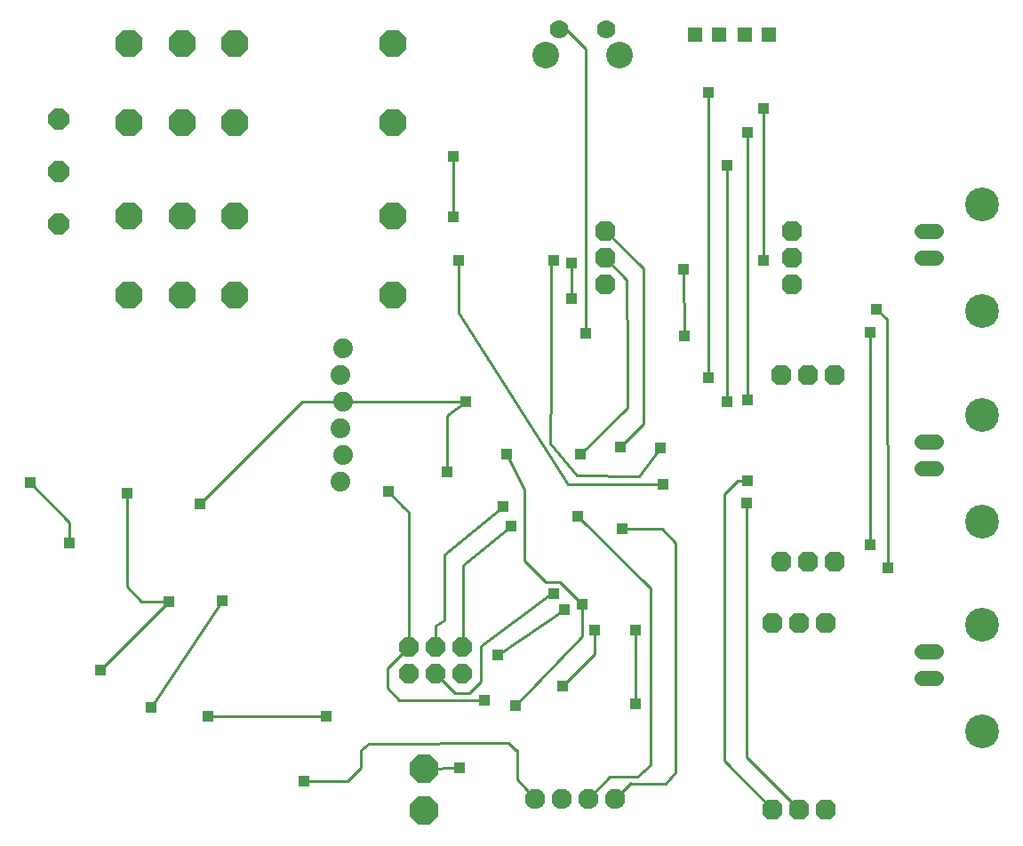
<source format=gbl>
G75*
G70*
%OFA0B0*%
%FSLAX24Y24*%
%IPPOS*%
%LPD*%
%AMOC8*
5,1,8,0,0,1.08239X$1,22.5*
%
%ADD10OC8,0.0740*%
%ADD11C,0.1000*%
%ADD12C,0.0700*%
%ADD13C,0.0740*%
%ADD14C,0.0555*%
%ADD15C,0.1266*%
%ADD16R,0.0555X0.0555*%
%ADD17OC8,0.1063*%
%ADD18OC8,0.0760*%
%ADD19OC8,0.1000*%
%ADD20OC8,0.0768*%
%ADD21C,0.0760*%
%ADD22C,0.0100*%
%ADD23R,0.0436X0.0436*%
D10*
X015722Y006645D03*
X016722Y006645D03*
X017722Y006645D03*
X017722Y007645D03*
X016722Y007645D03*
X015722Y007645D03*
D11*
X020867Y029839D03*
X023627Y029839D03*
D12*
X023133Y030820D03*
X021361Y030820D03*
D13*
X013268Y018845D03*
X013168Y017845D03*
X013268Y016845D03*
X013168Y015845D03*
X013268Y014845D03*
X013168Y013845D03*
D14*
X034942Y014353D02*
X035497Y014353D01*
X035497Y015353D02*
X034942Y015353D01*
X034942Y022227D02*
X035497Y022227D01*
X035497Y023227D02*
X034942Y023227D01*
X034942Y007479D02*
X035497Y007479D01*
X035497Y006479D02*
X034942Y006479D01*
D15*
X037219Y004479D03*
X037219Y008479D03*
X037219Y012353D03*
X037219Y016353D03*
X037219Y020227D03*
X037219Y024227D03*
D16*
X029208Y030617D03*
X028322Y030617D03*
X027337Y030617D03*
X026452Y030617D03*
D17*
X016274Y003066D03*
X016274Y001507D03*
D18*
X029358Y001546D03*
X030358Y001546D03*
X031358Y001546D03*
X031358Y008546D03*
X030358Y008546D03*
X029358Y008546D03*
X029692Y010833D03*
X030692Y010833D03*
X031692Y010833D03*
X031692Y017833D03*
X030692Y017833D03*
X029692Y017833D03*
X030078Y021227D03*
X030078Y022227D03*
X030078Y023227D03*
X023078Y023227D03*
X023078Y022227D03*
X023078Y021227D03*
D19*
X015133Y020849D03*
X015133Y023802D03*
X015133Y027306D03*
X015133Y030259D03*
X009192Y030259D03*
X007208Y030259D03*
X005223Y030259D03*
X005223Y027306D03*
X007208Y027306D03*
X009192Y027306D03*
X009192Y023802D03*
X007208Y023802D03*
X005223Y023802D03*
X005223Y020849D03*
X007208Y020849D03*
X009192Y020849D03*
D20*
X002589Y023507D03*
X002589Y025475D03*
X002589Y027444D03*
D21*
X020467Y001956D03*
X021467Y001956D03*
X022467Y001956D03*
X023467Y001956D03*
D22*
X024038Y002542D01*
X024038Y002523D01*
X025357Y002523D01*
X025731Y002936D01*
X025731Y011558D01*
X025219Y012070D01*
X023723Y012070D01*
X022070Y012542D02*
X024786Y009826D01*
X024786Y003211D01*
X024271Y002774D01*
X023251Y002774D01*
X023251Y002778D01*
X022467Y001956D01*
X020467Y001956D02*
X019802Y002660D01*
X019786Y003763D01*
X019706Y003763D01*
X019442Y004026D01*
X014235Y003999D01*
X013920Y003763D01*
X013920Y003093D01*
X013436Y002609D01*
X011774Y002609D01*
X012621Y005042D02*
X008192Y005042D01*
X006046Y005377D02*
X008706Y009375D01*
X006715Y009353D02*
X004149Y006786D01*
X005692Y009353D02*
X006715Y009353D01*
X005692Y009353D02*
X005141Y009904D01*
X005141Y013408D01*
X002975Y012306D02*
X002975Y011558D01*
X002975Y012306D02*
X001519Y013802D01*
X007897Y013015D02*
X011727Y016845D01*
X013268Y016845D01*
X017865Y016845D01*
X017227Y016361D01*
X017168Y016302D01*
X017168Y014196D01*
X015711Y012712D02*
X015531Y012892D01*
X015682Y012739D01*
X015711Y012712D02*
X015711Y007656D01*
X015722Y007645D01*
X014924Y006848D01*
X014924Y006095D01*
X015367Y005652D01*
X018566Y005652D01*
X017975Y005899D02*
X018418Y006341D01*
X018418Y007670D01*
X021046Y009629D01*
X021145Y009629D01*
X021391Y010072D02*
X020849Y010072D01*
X020052Y010869D01*
X020052Y013536D01*
X019383Y014885D01*
X021026Y015288D02*
X021046Y017503D01*
X021046Y021981D01*
X021145Y022129D01*
X021814Y022030D02*
X021814Y020711D01*
X022365Y019393D02*
X022365Y030082D01*
X021627Y030820D01*
X021361Y030820D01*
X026952Y028428D02*
X026952Y017739D01*
X027641Y016853D02*
X027641Y025711D01*
X028428Y026952D02*
X028428Y016912D01*
X025150Y015111D02*
X024363Y014048D01*
X022030Y014068D01*
X021026Y015288D01*
X022168Y014865D02*
X023920Y016617D01*
X023920Y018487D01*
X023900Y021405D01*
X023078Y022227D01*
X023078Y023227D02*
X024491Y021863D01*
X024511Y021844D01*
X024511Y016007D01*
X023664Y015141D01*
X025269Y013753D02*
X021696Y013753D01*
X017601Y020160D01*
X017601Y022129D01*
X017385Y023763D02*
X017385Y026046D01*
X026026Y021814D02*
X026046Y019314D01*
X029019Y022129D02*
X029019Y027837D01*
X033251Y020298D02*
X033645Y019944D01*
X033684Y010613D01*
X033015Y011479D02*
X033015Y019432D01*
X028404Y013877D02*
X028050Y013877D01*
X027542Y013369D01*
X027542Y003362D01*
X029358Y001546D01*
X030358Y001546D02*
X028389Y003516D01*
X028389Y013034D01*
X022227Y009235D02*
X021391Y010072D01*
X022227Y009235D02*
X022227Y008054D01*
X019708Y005436D01*
X017975Y005899D02*
X017469Y005899D01*
X016722Y006645D01*
X016722Y007645D02*
X016722Y008451D01*
X017050Y008635D01*
X017050Y011125D01*
X019255Y012897D01*
X019570Y012188D02*
X017739Y010711D01*
X017739Y007904D01*
X017722Y007645D01*
X019058Y007326D02*
X021538Y009038D01*
X022696Y008286D02*
X022696Y007381D01*
X021479Y006164D01*
X024235Y005495D02*
X024235Y008290D01*
X017604Y003096D02*
X016274Y003066D01*
X015531Y012892D02*
X014944Y013487D01*
D23*
X006046Y005377D03*
X008192Y005042D03*
X011774Y002609D03*
X012621Y005042D03*
X017604Y003096D03*
X019708Y005436D03*
X018566Y005652D03*
X019058Y007326D03*
X021479Y006164D03*
X024235Y005495D03*
X024235Y008290D03*
X022696Y008286D03*
X021538Y009038D03*
X022227Y009235D03*
X021145Y009629D03*
X023723Y012070D03*
X022070Y012542D03*
X019570Y012188D03*
X019255Y012897D03*
X017168Y014196D03*
X019383Y014885D03*
X017865Y016845D03*
X022168Y014865D03*
X023664Y015141D03*
X025150Y015111D03*
X025269Y013753D03*
X028404Y013877D03*
X028389Y013034D03*
X033015Y011479D03*
X033684Y010613D03*
X028428Y016912D03*
X027641Y016853D03*
X026952Y017739D03*
X026046Y019314D03*
X026026Y021814D03*
X029019Y022129D03*
X033015Y019432D03*
X033251Y020298D03*
X027641Y025711D03*
X028428Y026952D03*
X029019Y027837D03*
X026952Y028428D03*
X021814Y022030D03*
X021145Y022129D03*
X021814Y020711D03*
X022365Y019393D03*
X017601Y022129D03*
X017385Y023763D03*
X017385Y026046D03*
X001519Y013802D03*
X002975Y011558D03*
X005141Y013408D03*
X007897Y013015D03*
X008706Y009375D03*
X006715Y009353D03*
X004149Y006786D03*
X014944Y013487D03*
M02*

</source>
